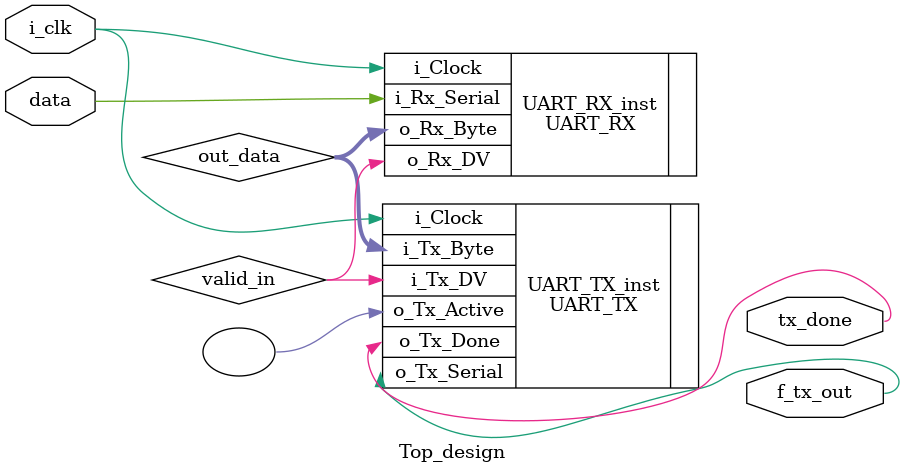
<source format=v>
module Top_design (
input i_clk,
input data, 
output f_tx_out,
output tx_done
);

wire valid_in;
wire [7:0] out_data;

UART_RX 
 UART_RX_inst (
   .i_Clock (i_clk),
   .i_Rx_Serial (data),
   .o_Rx_DV (valid_in),
   .o_Rx_Byte (out_data)
   );
   
UART_TX
UART_TX_inst  (
   .i_Clock (i_clk),
   .i_Tx_DV (valid_in),
   .i_Tx_Byte (out_data), 
   .o_Tx_Active (),
   .o_Tx_Serial (f_tx_out),
   .o_Tx_Done (tx_done)
   );

endmodule
</source>
